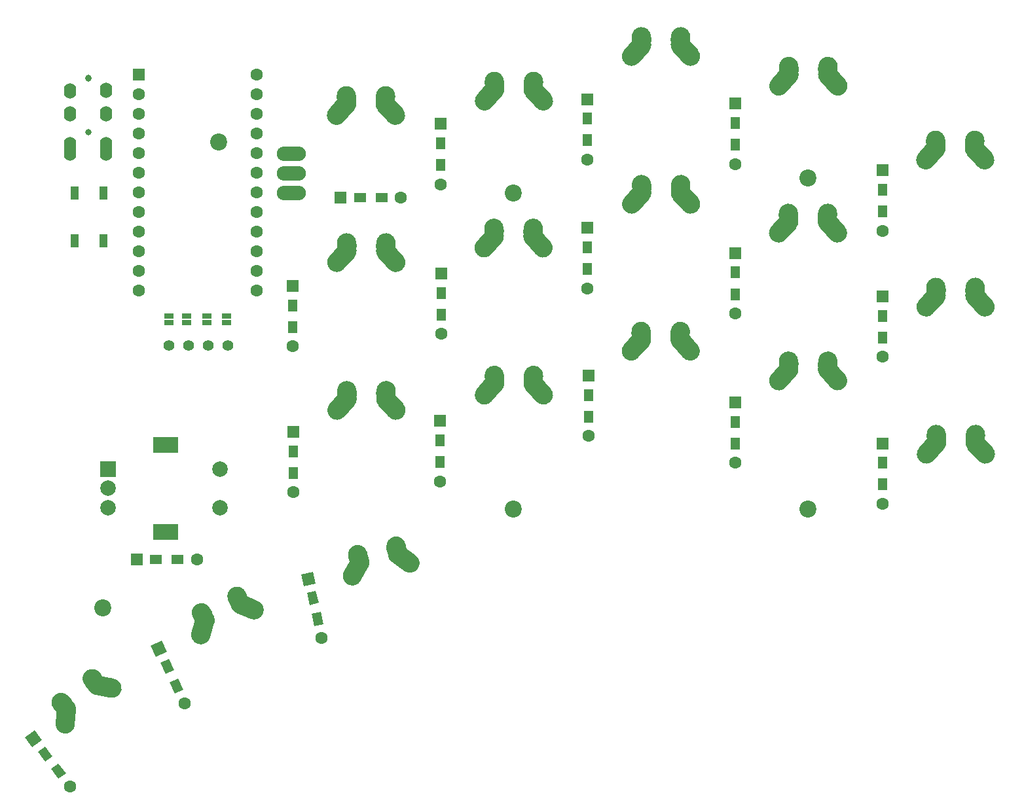
<source format=gbr>
%TF.GenerationSoftware,KiCad,Pcbnew,(5.1.7)-1*%
%TF.CreationDate,2021-07-25T23:49:13+05:30*%
%TF.ProjectId,Pteron36v0,50746572-6f6e-4333-9676-302e6b696361,rev?*%
%TF.SameCoordinates,Original*%
%TF.FileFunction,Soldermask,Top*%
%TF.FilePolarity,Negative*%
%FSLAX46Y46*%
G04 Gerber Fmt 4.6, Leading zero omitted, Abs format (unit mm)*
G04 Created by KiCad (PCBNEW (5.1.7)-1) date 2021-07-25 23:49:13*
%MOMM*%
%LPD*%
G01*
G04 APERTURE LIST*
%ADD10C,2.000000*%
%ADD11C,2.200000*%
%ADD12C,1.600000*%
%ADD13R,1.600000X1.600000*%
%ADD14O,1.600000X2.000000*%
%ADD15C,0.800000*%
%ADD16R,2.000000X2.000000*%
%ADD17R,3.200000X2.000000*%
%ADD18R,1.600000X1.200000*%
%ADD19O,3.759200X1.879600*%
%ADD20R,1.100000X1.800000*%
%ADD21R,1.200000X1.600000*%
%ADD22C,0.100000*%
%ADD23R,1.270000X0.635000*%
%ADD24C,1.397000*%
G04 APERTURE END LIST*
%TO.C,SW9*%
G36*
G01*
X200315071Y-96905827D02*
X201625061Y-98365835D01*
G75*
G02*
X201529463Y-100131015I-930389J-834791D01*
G01*
X201529463Y-100131015D01*
G75*
G02*
X199764283Y-100035417I-834791J930389D01*
G01*
X198454293Y-98575409D01*
G75*
G02*
X198549891Y-96810229I930389J834791D01*
G01*
X198549891Y-96810229D01*
G75*
G02*
X200315071Y-96905827I834791J-930389D01*
G01*
G37*
G36*
G01*
X193137721Y-97327818D02*
X193097640Y-96746621D01*
G75*
G02*
X194258679Y-95413584I1247038J85999D01*
G01*
X194258679Y-95413584D01*
G75*
G02*
X195591716Y-96574623I85999J-1247038D01*
G01*
X195631714Y-97154623D01*
G75*
G02*
X194470675Y-98487660I-1247038J-85999D01*
G01*
X194470675Y-98487660D01*
G75*
G02*
X193137638Y-97326621I-85999J1247038D01*
G01*
G37*
G36*
G01*
X195315061Y-98575409D02*
X194005071Y-100035417D01*
G75*
G02*
X192239891Y-100131015I-930389J834791D01*
G01*
X192239891Y-100131015D01*
G75*
G02*
X192144293Y-98365835I834791J930389D01*
G01*
X193454283Y-96905827D01*
G75*
G02*
X195219463Y-96810229I930389J-834791D01*
G01*
X195219463Y-96810229D01*
G75*
G02*
X195315061Y-98575409I-834791J-930389D01*
G01*
G37*
D10*
X194344677Y-96660622D03*
X194384677Y-97240622D03*
X200694677Y-99200622D03*
X199384677Y-97740622D03*
X193074677Y-99200622D03*
X194384677Y-97740622D03*
X199424677Y-96660622D03*
X199384677Y-97240622D03*
G36*
G01*
X198137723Y-97153426D02*
X198177638Y-96574623D01*
G75*
G02*
X199510675Y-95413584I1247038J-85999D01*
G01*
X199510675Y-95413584D01*
G75*
G02*
X200671714Y-96746621I-85999J-1247038D01*
G01*
X200631716Y-97326621D01*
G75*
G02*
X199298679Y-98487660I-1247038J85999D01*
G01*
X199298679Y-98487660D01*
G75*
G02*
X198137640Y-97154623I85999J1247038D01*
G01*
G37*
%TD*%
%TO.C,SW19*%
G36*
G01*
X162152640Y-83574401D02*
X163462630Y-85034409D01*
G75*
G02*
X163367032Y-86799589I-930389J-834791D01*
G01*
X163367032Y-86799589D01*
G75*
G02*
X161601852Y-86703991I-834791J930389D01*
G01*
X160291862Y-85243983D01*
G75*
G02*
X160387460Y-83478803I930389J834791D01*
G01*
X160387460Y-83478803D01*
G75*
G02*
X162152640Y-83574401I834791J-930389D01*
G01*
G37*
G36*
G01*
X154975290Y-83996392D02*
X154935209Y-83415195D01*
G75*
G02*
X156096248Y-82082158I1247038J85999D01*
G01*
X156096248Y-82082158D01*
G75*
G02*
X157429285Y-83243197I85999J-1247038D01*
G01*
X157469283Y-83823197D01*
G75*
G02*
X156308244Y-85156234I-1247038J-85999D01*
G01*
X156308244Y-85156234D01*
G75*
G02*
X154975207Y-83995195I-85999J1247038D01*
G01*
G37*
G36*
G01*
X157152630Y-85243983D02*
X155842640Y-86703991D01*
G75*
G02*
X154077460Y-86799589I-930389J834791D01*
G01*
X154077460Y-86799589D01*
G75*
G02*
X153981862Y-85034409I834791J930389D01*
G01*
X155291852Y-83574401D01*
G75*
G02*
X157057032Y-83478803I930389J-834791D01*
G01*
X157057032Y-83478803D01*
G75*
G02*
X157152630Y-85243983I-834791J-930389D01*
G01*
G37*
X156182246Y-83329196D03*
X156222246Y-83909196D03*
X162532246Y-85869196D03*
X161222246Y-84409196D03*
X154912246Y-85869196D03*
X156222246Y-84409196D03*
X161262246Y-83329196D03*
X161222246Y-83909196D03*
G36*
G01*
X159975292Y-83822000D02*
X160015207Y-83243197D01*
G75*
G02*
X161348244Y-82082158I1247038J-85999D01*
G01*
X161348244Y-82082158D01*
G75*
G02*
X162509283Y-83415195I-85999J-1247038D01*
G01*
X162469285Y-83995195D01*
G75*
G02*
X161136248Y-85156234I-1247038J85999D01*
G01*
X161136248Y-85156234D01*
G75*
G02*
X159975209Y-83823197I85999J1247038D01*
G01*
G37*
%TD*%
%TO.C,SW28*%
G36*
G01*
X124091903Y-91234570D02*
X125401893Y-92694578D01*
G75*
G02*
X125306295Y-94459758I-930389J-834791D01*
G01*
X125306295Y-94459758D01*
G75*
G02*
X123541115Y-94364160I-834791J930389D01*
G01*
X122231125Y-92904152D01*
G75*
G02*
X122326723Y-91138972I930389J834791D01*
G01*
X122326723Y-91138972D01*
G75*
G02*
X124091903Y-91234570I834791J-930389D01*
G01*
G37*
G36*
G01*
X116914553Y-91656561D02*
X116874472Y-91075364D01*
G75*
G02*
X118035511Y-89742327I1247038J85999D01*
G01*
X118035511Y-89742327D01*
G75*
G02*
X119368548Y-90903366I85999J-1247038D01*
G01*
X119408546Y-91483366D01*
G75*
G02*
X118247507Y-92816403I-1247038J-85999D01*
G01*
X118247507Y-92816403D01*
G75*
G02*
X116914470Y-91655364I-85999J1247038D01*
G01*
G37*
G36*
G01*
X119091893Y-92904152D02*
X117781903Y-94364160D01*
G75*
G02*
X116016723Y-94459758I-930389J834791D01*
G01*
X116016723Y-94459758D01*
G75*
G02*
X115921125Y-92694578I834791J930389D01*
G01*
X117231115Y-91234570D01*
G75*
G02*
X118996295Y-91138972I930389J-834791D01*
G01*
X118996295Y-91138972D01*
G75*
G02*
X119091893Y-92904152I-834791J-930389D01*
G01*
G37*
X118121509Y-90989365D03*
X118161509Y-91569365D03*
X124471509Y-93529365D03*
X123161509Y-92069365D03*
X116851509Y-93529365D03*
X118161509Y-92069365D03*
X123201509Y-90989365D03*
X123161509Y-91569365D03*
G36*
G01*
X121914555Y-91482169D02*
X121954470Y-90903366D01*
G75*
G02*
X123287507Y-89742327I1247038J-85999D01*
G01*
X123287507Y-89742327D01*
G75*
G02*
X124448546Y-91075364I-85999J-1247038D01*
G01*
X124408548Y-91655364D01*
G75*
G02*
X123075511Y-92816403I-1247038J85999D01*
G01*
X123075511Y-92816403D01*
G75*
G02*
X121914472Y-91483366I85999J1247038D01*
G01*
G37*
%TD*%
%TO.C,SW27*%
G36*
G01*
X124072524Y-72109120D02*
X125382514Y-73569128D01*
G75*
G02*
X125286916Y-75334308I-930389J-834791D01*
G01*
X125286916Y-75334308D01*
G75*
G02*
X123521736Y-75238710I-834791J930389D01*
G01*
X122211746Y-73778702D01*
G75*
G02*
X122307344Y-72013522I930389J834791D01*
G01*
X122307344Y-72013522D01*
G75*
G02*
X124072524Y-72109120I834791J-930389D01*
G01*
G37*
G36*
G01*
X116895174Y-72531111D02*
X116855093Y-71949914D01*
G75*
G02*
X118016132Y-70616877I1247038J85999D01*
G01*
X118016132Y-70616877D01*
G75*
G02*
X119349169Y-71777916I85999J-1247038D01*
G01*
X119389167Y-72357916D01*
G75*
G02*
X118228128Y-73690953I-1247038J-85999D01*
G01*
X118228128Y-73690953D01*
G75*
G02*
X116895091Y-72529914I-85999J1247038D01*
G01*
G37*
G36*
G01*
X119072514Y-73778702D02*
X117762524Y-75238710D01*
G75*
G02*
X115997344Y-75334308I-930389J834791D01*
G01*
X115997344Y-75334308D01*
G75*
G02*
X115901746Y-73569128I834791J930389D01*
G01*
X117211736Y-72109120D01*
G75*
G02*
X118976916Y-72013522I930389J-834791D01*
G01*
X118976916Y-72013522D01*
G75*
G02*
X119072514Y-73778702I-834791J-930389D01*
G01*
G37*
X118102130Y-71863915D03*
X118142130Y-72443915D03*
X124452130Y-74403915D03*
X123142130Y-72943915D03*
X116832130Y-74403915D03*
X118142130Y-72943915D03*
X123182130Y-71863915D03*
X123142130Y-72443915D03*
G36*
G01*
X121895176Y-72356719D02*
X121935091Y-71777916D01*
G75*
G02*
X123268128Y-70616877I1247038J-85999D01*
G01*
X123268128Y-70616877D01*
G75*
G02*
X124429167Y-71949914I-85999J-1247038D01*
G01*
X124389169Y-72529914D01*
G75*
G02*
X123056132Y-73690953I-1247038J85999D01*
G01*
X123056132Y-73690953D01*
G75*
G02*
X121895093Y-72357916I85999J1247038D01*
G01*
G37*
%TD*%
%TO.C,SW26*%
G36*
G01*
X124028880Y-53074225D02*
X125338870Y-54534233D01*
G75*
G02*
X125243272Y-56299413I-930389J-834791D01*
G01*
X125243272Y-56299413D01*
G75*
G02*
X123478092Y-56203815I-834791J930389D01*
G01*
X122168102Y-54743807D01*
G75*
G02*
X122263700Y-52978627I930389J834791D01*
G01*
X122263700Y-52978627D01*
G75*
G02*
X124028880Y-53074225I834791J-930389D01*
G01*
G37*
G36*
G01*
X116851530Y-53496216D02*
X116811449Y-52915019D01*
G75*
G02*
X117972488Y-51581982I1247038J85999D01*
G01*
X117972488Y-51581982D01*
G75*
G02*
X119305525Y-52743021I85999J-1247038D01*
G01*
X119345523Y-53323021D01*
G75*
G02*
X118184484Y-54656058I-1247038J-85999D01*
G01*
X118184484Y-54656058D01*
G75*
G02*
X116851447Y-53495019I-85999J1247038D01*
G01*
G37*
G36*
G01*
X119028870Y-54743807D02*
X117718880Y-56203815D01*
G75*
G02*
X115953700Y-56299413I-930389J834791D01*
G01*
X115953700Y-56299413D01*
G75*
G02*
X115858102Y-54534233I834791J930389D01*
G01*
X117168092Y-53074225D01*
G75*
G02*
X118933272Y-52978627I930389J-834791D01*
G01*
X118933272Y-52978627D01*
G75*
G02*
X119028870Y-54743807I-834791J-930389D01*
G01*
G37*
X118058486Y-52829020D03*
X118098486Y-53409020D03*
X124408486Y-55369020D03*
X123098486Y-53909020D03*
X116788486Y-55369020D03*
X118098486Y-53909020D03*
X123138486Y-52829020D03*
X123098486Y-53409020D03*
G36*
G01*
X121851532Y-53321824D02*
X121891447Y-52743021D01*
G75*
G02*
X123224484Y-51581982I1247038J-85999D01*
G01*
X123224484Y-51581982D01*
G75*
G02*
X124385523Y-52915019I-85999J-1247038D01*
G01*
X124345525Y-53495019D01*
G75*
G02*
X123012488Y-54656058I-1247038J85999D01*
G01*
X123012488Y-54656058D01*
G75*
G02*
X121851449Y-53323021I85999J1247038D01*
G01*
G37*
%TD*%
%TO.C,SW24*%
G36*
G01*
X143159307Y-89258495D02*
X144469297Y-90718503D01*
G75*
G02*
X144373699Y-92483683I-930389J-834791D01*
G01*
X144373699Y-92483683D01*
G75*
G02*
X142608519Y-92388085I-834791J930389D01*
G01*
X141298529Y-90928077D01*
G75*
G02*
X141394127Y-89162897I930389J834791D01*
G01*
X141394127Y-89162897D01*
G75*
G02*
X143159307Y-89258495I834791J-930389D01*
G01*
G37*
G36*
G01*
X135981957Y-89680486D02*
X135941876Y-89099289D01*
G75*
G02*
X137102915Y-87766252I1247038J85999D01*
G01*
X137102915Y-87766252D01*
G75*
G02*
X138435952Y-88927291I85999J-1247038D01*
G01*
X138475950Y-89507291D01*
G75*
G02*
X137314911Y-90840328I-1247038J-85999D01*
G01*
X137314911Y-90840328D01*
G75*
G02*
X135981874Y-89679289I-85999J1247038D01*
G01*
G37*
G36*
G01*
X138159297Y-90928077D02*
X136849307Y-92388085D01*
G75*
G02*
X135084127Y-92483683I-930389J834791D01*
G01*
X135084127Y-92483683D01*
G75*
G02*
X134988529Y-90718503I834791J930389D01*
G01*
X136298519Y-89258495D01*
G75*
G02*
X138063699Y-89162897I930389J-834791D01*
G01*
X138063699Y-89162897D01*
G75*
G02*
X138159297Y-90928077I-834791J-930389D01*
G01*
G37*
X137188913Y-89013290D03*
X137228913Y-89593290D03*
X143538913Y-91553290D03*
X142228913Y-90093290D03*
X135918913Y-91553290D03*
X137228913Y-90093290D03*
X142268913Y-89013290D03*
X142228913Y-89593290D03*
G36*
G01*
X140981959Y-89506094D02*
X141021874Y-88927291D01*
G75*
G02*
X142354911Y-87766252I1247038J-85999D01*
G01*
X142354911Y-87766252D01*
G75*
G02*
X143515950Y-89099289I-85999J-1247038D01*
G01*
X143475952Y-89679289D01*
G75*
G02*
X142142915Y-90840328I-1247038J85999D01*
G01*
X142142915Y-90840328D01*
G75*
G02*
X140981876Y-89507291I85999J1247038D01*
G01*
G37*
%TD*%
%TO.C,SW23*%
G36*
G01*
X143115663Y-70223599D02*
X144425653Y-71683607D01*
G75*
G02*
X144330055Y-73448787I-930389J-834791D01*
G01*
X144330055Y-73448787D01*
G75*
G02*
X142564875Y-73353189I-834791J930389D01*
G01*
X141254885Y-71893181D01*
G75*
G02*
X141350483Y-70128001I930389J834791D01*
G01*
X141350483Y-70128001D01*
G75*
G02*
X143115663Y-70223599I834791J-930389D01*
G01*
G37*
G36*
G01*
X135938313Y-70645590D02*
X135898232Y-70064393D01*
G75*
G02*
X137059271Y-68731356I1247038J85999D01*
G01*
X137059271Y-68731356D01*
G75*
G02*
X138392308Y-69892395I85999J-1247038D01*
G01*
X138432306Y-70472395D01*
G75*
G02*
X137271267Y-71805432I-1247038J-85999D01*
G01*
X137271267Y-71805432D01*
G75*
G02*
X135938230Y-70644393I-85999J1247038D01*
G01*
G37*
G36*
G01*
X138115653Y-71893181D02*
X136805663Y-73353189D01*
G75*
G02*
X135040483Y-73448787I-930389J834791D01*
G01*
X135040483Y-73448787D01*
G75*
G02*
X134944885Y-71683607I834791J930389D01*
G01*
X136254875Y-70223599D01*
G75*
G02*
X138020055Y-70128001I930389J-834791D01*
G01*
X138020055Y-70128001D01*
G75*
G02*
X138115653Y-71893181I-834791J-930389D01*
G01*
G37*
X137145269Y-69978394D03*
X137185269Y-70558394D03*
X143495269Y-72518394D03*
X142185269Y-71058394D03*
X135875269Y-72518394D03*
X137185269Y-71058394D03*
X142225269Y-69978394D03*
X142185269Y-70558394D03*
G36*
G01*
X140938315Y-70471198D02*
X140978230Y-69892395D01*
G75*
G02*
X142311267Y-68731356I1247038J-85999D01*
G01*
X142311267Y-68731356D01*
G75*
G02*
X143472306Y-70064393I-85999J-1247038D01*
G01*
X143432308Y-70644393D01*
G75*
G02*
X142099271Y-71805432I-1247038J85999D01*
G01*
X142099271Y-71805432D01*
G75*
G02*
X140938232Y-70472395I85999J1247038D01*
G01*
G37*
%TD*%
%TO.C,SW22*%
G36*
G01*
X143162575Y-51212974D02*
X144472565Y-52672982D01*
G75*
G02*
X144376967Y-54438162I-930389J-834791D01*
G01*
X144376967Y-54438162D01*
G75*
G02*
X142611787Y-54342564I-834791J930389D01*
G01*
X141301797Y-52882556D01*
G75*
G02*
X141397395Y-51117376I930389J834791D01*
G01*
X141397395Y-51117376D01*
G75*
G02*
X143162575Y-51212974I834791J-930389D01*
G01*
G37*
G36*
G01*
X135985225Y-51634965D02*
X135945144Y-51053768D01*
G75*
G02*
X137106183Y-49720731I1247038J85999D01*
G01*
X137106183Y-49720731D01*
G75*
G02*
X138439220Y-50881770I85999J-1247038D01*
G01*
X138479218Y-51461770D01*
G75*
G02*
X137318179Y-52794807I-1247038J-85999D01*
G01*
X137318179Y-52794807D01*
G75*
G02*
X135985142Y-51633768I-85999J1247038D01*
G01*
G37*
G36*
G01*
X138162565Y-52882556D02*
X136852575Y-54342564D01*
G75*
G02*
X135087395Y-54438162I-930389J834791D01*
G01*
X135087395Y-54438162D01*
G75*
G02*
X134991797Y-52672982I834791J930389D01*
G01*
X136301787Y-51212974D01*
G75*
G02*
X138066967Y-51117376I930389J-834791D01*
G01*
X138066967Y-51117376D01*
G75*
G02*
X138162565Y-52882556I-834791J-930389D01*
G01*
G37*
X137192181Y-50967769D03*
X137232181Y-51547769D03*
X143542181Y-53507769D03*
X142232181Y-52047769D03*
X135922181Y-53507769D03*
X137232181Y-52047769D03*
X142272181Y-50967769D03*
X142232181Y-51547769D03*
G36*
G01*
X140985227Y-51460573D02*
X141025142Y-50881770D01*
G75*
G02*
X142358179Y-49720731I1247038J-85999D01*
G01*
X142358179Y-49720731D01*
G75*
G02*
X143519218Y-51053768I-85999J-1247038D01*
G01*
X143479220Y-51633768D01*
G75*
G02*
X142146183Y-52794807I-1247038J85999D01*
G01*
X142146183Y-52794807D01*
G75*
G02*
X140985144Y-51461770I85999J1247038D01*
G01*
G37*
%TD*%
%TO.C,SW20*%
G36*
G01*
X86056987Y-127908187D02*
X87985069Y-128269017D01*
G75*
G02*
X88983799Y-129727625I-229939J-1228669D01*
G01*
X88983799Y-129727625D01*
G75*
G02*
X87525191Y-130726355I-1228669J229939D01*
G01*
X85597109Y-130365525D01*
G75*
G02*
X84598379Y-128906917I229939J1228669D01*
G01*
X84598379Y-128906917D01*
G75*
G02*
X86056987Y-127908187I1228669J-229939D01*
G01*
G37*
G36*
G01*
X80619703Y-132612268D02*
X80234095Y-132175573D01*
G75*
G02*
X80343708Y-130411208I936989J827376D01*
G01*
X80343708Y-130411208D01*
G75*
G02*
X82108073Y-130520821I827376J-936989D01*
G01*
X82492887Y-130956617D01*
G75*
G02*
X82383274Y-132720982I-936989J-827376D01*
G01*
X82383274Y-132720982D01*
G75*
G02*
X80618909Y-132611369I-827376J936989D01*
G01*
G37*
G36*
G01*
X83106589Y-132276568D02*
X82956101Y-134232342D01*
G75*
G02*
X81613886Y-135382759I-1246316J95899D01*
G01*
X81613886Y-135382759D01*
G75*
G02*
X80463469Y-134040544I95899J1246316D01*
G01*
X80613957Y-132084770D01*
G75*
G02*
X81956172Y-130934353I1246316J-95899D01*
G01*
X81956172Y-130934353D01*
G75*
G02*
X83106589Y-132276568I-95899J-1246316D01*
G01*
G37*
X81171083Y-131348198D03*
X81555899Y-131783993D03*
X87755131Y-129497680D03*
X85827047Y-129136862D03*
X81709779Y-134136443D03*
X81860280Y-132180669D03*
X85201318Y-128255690D03*
X85522666Y-128740185D03*
G36*
G01*
X84481515Y-129431924D02*
X84159622Y-128946613D01*
G75*
G02*
X84510395Y-127213996I1041695J690922D01*
G01*
X84510395Y-127213996D01*
G75*
G02*
X86243012Y-127564769I690922J-1041695D01*
G01*
X86564362Y-128049263D01*
G75*
G02*
X86213589Y-129781880I-1041695J-690922D01*
G01*
X86213589Y-129781880D01*
G75*
G02*
X84480972Y-129431107I-690922J1041695D01*
G01*
G37*
%TD*%
%TO.C,SW18*%
G36*
G01*
X162199556Y-64563772D02*
X163509546Y-66023780D01*
G75*
G02*
X163413948Y-67788960I-930389J-834791D01*
G01*
X163413948Y-67788960D01*
G75*
G02*
X161648768Y-67693362I-834791J930389D01*
G01*
X160338778Y-66233354D01*
G75*
G02*
X160434376Y-64468174I930389J834791D01*
G01*
X160434376Y-64468174D01*
G75*
G02*
X162199556Y-64563772I834791J-930389D01*
G01*
G37*
G36*
G01*
X155022206Y-64985763D02*
X154982125Y-64404566D01*
G75*
G02*
X156143164Y-63071529I1247038J85999D01*
G01*
X156143164Y-63071529D01*
G75*
G02*
X157476201Y-64232568I85999J-1247038D01*
G01*
X157516199Y-64812568D01*
G75*
G02*
X156355160Y-66145605I-1247038J-85999D01*
G01*
X156355160Y-66145605D01*
G75*
G02*
X155022123Y-64984566I-85999J1247038D01*
G01*
G37*
G36*
G01*
X157199546Y-66233354D02*
X155889556Y-67693362D01*
G75*
G02*
X154124376Y-67788960I-930389J834791D01*
G01*
X154124376Y-67788960D01*
G75*
G02*
X154028778Y-66023780I834791J930389D01*
G01*
X155338768Y-64563772D01*
G75*
G02*
X157103948Y-64468174I930389J-834791D01*
G01*
X157103948Y-64468174D01*
G75*
G02*
X157199546Y-66233354I-834791J-930389D01*
G01*
G37*
X156229162Y-64318567D03*
X156269162Y-64898567D03*
X162579162Y-66858567D03*
X161269162Y-65398567D03*
X154959162Y-66858567D03*
X156269162Y-65398567D03*
X161309162Y-64318567D03*
X161269162Y-64898567D03*
G36*
G01*
X160022208Y-64811371D02*
X160062123Y-64232568D01*
G75*
G02*
X161395160Y-63071529I1247038J-85999D01*
G01*
X161395160Y-63071529D01*
G75*
G02*
X162556199Y-64404566I-85999J-1247038D01*
G01*
X162516201Y-64984566D01*
G75*
G02*
X161183164Y-66145605I-1247038J85999D01*
G01*
X161183164Y-66145605D01*
G75*
G02*
X160022125Y-64812568I85999J1247038D01*
G01*
G37*
%TD*%
%TO.C,SW17*%
G36*
G01*
X162180173Y-45438321D02*
X163490163Y-46898329D01*
G75*
G02*
X163394565Y-48663509I-930389J-834791D01*
G01*
X163394565Y-48663509D01*
G75*
G02*
X161629385Y-48567911I-834791J930389D01*
G01*
X160319395Y-47107903D01*
G75*
G02*
X160414993Y-45342723I930389J834791D01*
G01*
X160414993Y-45342723D01*
G75*
G02*
X162180173Y-45438321I834791J-930389D01*
G01*
G37*
G36*
G01*
X155002823Y-45860312D02*
X154962742Y-45279115D01*
G75*
G02*
X156123781Y-43946078I1247038J85999D01*
G01*
X156123781Y-43946078D01*
G75*
G02*
X157456818Y-45107117I85999J-1247038D01*
G01*
X157496816Y-45687117D01*
G75*
G02*
X156335777Y-47020154I-1247038J-85999D01*
G01*
X156335777Y-47020154D01*
G75*
G02*
X155002740Y-45859115I-85999J1247038D01*
G01*
G37*
G36*
G01*
X157180163Y-47107903D02*
X155870173Y-48567911D01*
G75*
G02*
X154104993Y-48663509I-930389J834791D01*
G01*
X154104993Y-48663509D01*
G75*
G02*
X154009395Y-46898329I834791J930389D01*
G01*
X155319385Y-45438321D01*
G75*
G02*
X157084565Y-45342723I930389J-834791D01*
G01*
X157084565Y-45342723D01*
G75*
G02*
X157180163Y-47107903I-834791J-930389D01*
G01*
G37*
X156209779Y-45193116D03*
X156249779Y-45773116D03*
X162559779Y-47733116D03*
X161249779Y-46273116D03*
X154939779Y-47733116D03*
X156249779Y-46273116D03*
X161289779Y-45193116D03*
X161249779Y-45773116D03*
G36*
G01*
X160002825Y-45685920D02*
X160042740Y-45107117D01*
G75*
G02*
X161375777Y-43946078I1247038J-85999D01*
G01*
X161375777Y-43946078D01*
G75*
G02*
X162536816Y-45279115I-85999J-1247038D01*
G01*
X162496818Y-45859115D01*
G75*
G02*
X161163781Y-47020154I-1247038J85999D01*
G01*
X161163781Y-47020154D01*
G75*
G02*
X160002742Y-45687117I85999J1247038D01*
G01*
G37*
%TD*%
%TO.C,SW15*%
G36*
G01*
X104827814Y-117447300D02*
X106632096Y-118216892D01*
G75*
G02*
X107291452Y-119857090I-490421J-1149777D01*
G01*
X107291452Y-119857090D01*
G75*
G02*
X105651254Y-120516446I-1149777J490421D01*
G01*
X103846972Y-119746854D01*
G75*
G02*
X103187616Y-118106656I490421J1149777D01*
G01*
X103187616Y-118106656D01*
G75*
G02*
X104827814Y-117447300I1149777J-490421D01*
G01*
G37*
G36*
G01*
X98501268Y-120863033D02*
X98219317Y-120353229D01*
G75*
G02*
X98708211Y-118654411I1093856J604962D01*
G01*
X98708211Y-118654411D01*
G75*
G02*
X100407029Y-119143305I604962J-1093856D01*
G01*
X100688399Y-119652059D01*
G75*
G02*
X100199505Y-121350877I-1093856J-604962D01*
G01*
X100199505Y-121350877D01*
G75*
G02*
X98500687Y-120861983I-604962J1093856D01*
G01*
G37*
G36*
G01*
X101001863Y-121073550D02*
X100431635Y-122950394D01*
G75*
G02*
X98872240Y-123783033I-1196017J363378D01*
G01*
X98872240Y-123783033D01*
G75*
G02*
X98039601Y-122223638I363378J1196017D01*
G01*
X98609829Y-120346794D01*
G75*
G02*
X100169224Y-119514155I1196017J-363378D01*
G01*
X100169224Y-119514155D01*
G75*
G02*
X101001863Y-121073550I-363378J-1196017D01*
G01*
G37*
X99313172Y-119748267D03*
X99594543Y-120257021D03*
X106141677Y-119366663D03*
X104337391Y-118597083D03*
X99235612Y-122587014D03*
X99805852Y-120710175D03*
X103917216Y-117601366D03*
X104126082Y-118143929D03*
G36*
G01*
X102959891Y-118593925D02*
X102750670Y-118050447D01*
G75*
G02*
X103468135Y-116434822I1166545J449080D01*
G01*
X103468135Y-116434822D01*
G75*
G02*
X105083760Y-117152287I449080J-1166545D01*
G01*
X105292628Y-117694849D01*
G75*
G02*
X104575163Y-119310474I-1166545J-449080D01*
G01*
X104575163Y-119310474D01*
G75*
G02*
X102959538Y-118593009I-449080J1166545D01*
G01*
G37*
%TD*%
%TO.C,SW14*%
G36*
G01*
X181213072Y-87419882D02*
X182523062Y-88879890D01*
G75*
G02*
X182427464Y-90645070I-930389J-834791D01*
G01*
X182427464Y-90645070D01*
G75*
G02*
X180662284Y-90549472I-834791J930389D01*
G01*
X179352294Y-89089464D01*
G75*
G02*
X179447892Y-87324284I930389J834791D01*
G01*
X179447892Y-87324284D01*
G75*
G02*
X181213072Y-87419882I834791J-930389D01*
G01*
G37*
G36*
G01*
X174035722Y-87841873D02*
X173995641Y-87260676D01*
G75*
G02*
X175156680Y-85927639I1247038J85999D01*
G01*
X175156680Y-85927639D01*
G75*
G02*
X176489717Y-87088678I85999J-1247038D01*
G01*
X176529715Y-87668678D01*
G75*
G02*
X175368676Y-89001715I-1247038J-85999D01*
G01*
X175368676Y-89001715D01*
G75*
G02*
X174035639Y-87840676I-85999J1247038D01*
G01*
G37*
G36*
G01*
X176213062Y-89089464D02*
X174903072Y-90549472D01*
G75*
G02*
X173137892Y-90645070I-930389J834791D01*
G01*
X173137892Y-90645070D01*
G75*
G02*
X173042294Y-88879890I834791J930389D01*
G01*
X174352284Y-87419882D01*
G75*
G02*
X176117464Y-87324284I930389J-834791D01*
G01*
X176117464Y-87324284D01*
G75*
G02*
X176213062Y-89089464I-834791J-930389D01*
G01*
G37*
X175242678Y-87174677D03*
X175282678Y-87754677D03*
X181592678Y-89714677D03*
X180282678Y-88254677D03*
X173972678Y-89714677D03*
X175282678Y-88254677D03*
X180322678Y-87174677D03*
X180282678Y-87754677D03*
G36*
G01*
X179035724Y-87667481D02*
X179075639Y-87088678D01*
G75*
G02*
X180408676Y-85927639I1247038J-85999D01*
G01*
X180408676Y-85927639D01*
G75*
G02*
X181569715Y-87260676I-85999J-1247038D01*
G01*
X181529717Y-87840676D01*
G75*
G02*
X180196680Y-89001715I-1247038J85999D01*
G01*
X180196680Y-89001715D01*
G75*
G02*
X179035641Y-87668678I85999J1247038D01*
G01*
G37*
%TD*%
%TO.C,SW13*%
G36*
G01*
X181193699Y-68294437D02*
X182503689Y-69754445D01*
G75*
G02*
X182408091Y-71519625I-930389J-834791D01*
G01*
X182408091Y-71519625D01*
G75*
G02*
X180642911Y-71424027I-834791J930389D01*
G01*
X179332921Y-69964019D01*
G75*
G02*
X179428519Y-68198839I930389J834791D01*
G01*
X179428519Y-68198839D01*
G75*
G02*
X181193699Y-68294437I834791J-930389D01*
G01*
G37*
G36*
G01*
X174016349Y-68716428D02*
X173976268Y-68135231D01*
G75*
G02*
X175137307Y-66802194I1247038J85999D01*
G01*
X175137307Y-66802194D01*
G75*
G02*
X176470344Y-67963233I85999J-1247038D01*
G01*
X176510342Y-68543233D01*
G75*
G02*
X175349303Y-69876270I-1247038J-85999D01*
G01*
X175349303Y-69876270D01*
G75*
G02*
X174016266Y-68715231I-85999J1247038D01*
G01*
G37*
G36*
G01*
X176193689Y-69964019D02*
X174883699Y-71424027D01*
G75*
G02*
X173118519Y-71519625I-930389J834791D01*
G01*
X173118519Y-71519625D01*
G75*
G02*
X173022921Y-69754445I834791J930389D01*
G01*
X174332911Y-68294437D01*
G75*
G02*
X176098091Y-68198839I930389J-834791D01*
G01*
X176098091Y-68198839D01*
G75*
G02*
X176193689Y-69964019I-834791J-930389D01*
G01*
G37*
X175223305Y-68049232D03*
X175263305Y-68629232D03*
X181573305Y-70589232D03*
X180263305Y-69129232D03*
X173953305Y-70589232D03*
X175263305Y-69129232D03*
X180303305Y-68049232D03*
X180263305Y-68629232D03*
G36*
G01*
X179016351Y-68542036D02*
X179056266Y-67963233D01*
G75*
G02*
X180389303Y-66802194I1247038J-85999D01*
G01*
X180389303Y-66802194D01*
G75*
G02*
X181550342Y-68135231I-85999J-1247038D01*
G01*
X181510344Y-68715231D01*
G75*
G02*
X180177307Y-69876270I-1247038J85999D01*
G01*
X180177307Y-69876270D01*
G75*
G02*
X179016268Y-68543233I85999J1247038D01*
G01*
G37*
%TD*%
%TO.C,SW12*%
G36*
G01*
X181240609Y-49283810D02*
X182550599Y-50743818D01*
G75*
G02*
X182455001Y-52508998I-930389J-834791D01*
G01*
X182455001Y-52508998D01*
G75*
G02*
X180689821Y-52413400I-834791J930389D01*
G01*
X179379831Y-50953392D01*
G75*
G02*
X179475429Y-49188212I930389J834791D01*
G01*
X179475429Y-49188212D01*
G75*
G02*
X181240609Y-49283810I834791J-930389D01*
G01*
G37*
G36*
G01*
X174063259Y-49705801D02*
X174023178Y-49124604D01*
G75*
G02*
X175184217Y-47791567I1247038J85999D01*
G01*
X175184217Y-47791567D01*
G75*
G02*
X176517254Y-48952606I85999J-1247038D01*
G01*
X176557252Y-49532606D01*
G75*
G02*
X175396213Y-50865643I-1247038J-85999D01*
G01*
X175396213Y-50865643D01*
G75*
G02*
X174063176Y-49704604I-85999J1247038D01*
G01*
G37*
G36*
G01*
X176240599Y-50953392D02*
X174930609Y-52413400D01*
G75*
G02*
X173165429Y-52508998I-930389J834791D01*
G01*
X173165429Y-52508998D01*
G75*
G02*
X173069831Y-50743818I834791J930389D01*
G01*
X174379821Y-49283810D01*
G75*
G02*
X176145001Y-49188212I930389J-834791D01*
G01*
X176145001Y-49188212D01*
G75*
G02*
X176240599Y-50953392I-834791J-930389D01*
G01*
G37*
X175270215Y-49038605D03*
X175310215Y-49618605D03*
X181620215Y-51578605D03*
X180310215Y-50118605D03*
X174000215Y-51578605D03*
X175310215Y-50118605D03*
X180350215Y-49038605D03*
X180310215Y-49618605D03*
G36*
G01*
X179063261Y-49531409D02*
X179103176Y-48952606D01*
G75*
G02*
X180436213Y-47791567I1247038J-85999D01*
G01*
X180436213Y-47791567D01*
G75*
G02*
X181597252Y-49124604I-85999J-1247038D01*
G01*
X181557254Y-49704604D01*
G75*
G02*
X180224217Y-50865643I-1247038J85999D01*
G01*
X180224217Y-50865643D01*
G75*
G02*
X179063178Y-49532606I85999J1247038D01*
G01*
G37*
%TD*%
%TO.C,SW10*%
G36*
G01*
X125415523Y-111160257D02*
X127010465Y-112302123D01*
G75*
G02*
X127299187Y-114046153I-727654J-1016376D01*
G01*
X127299187Y-114046153D01*
G75*
G02*
X125555157Y-114334875I-1016376J727654D01*
G01*
X123960215Y-113193009D01*
G75*
G02*
X123671493Y-111448979I727654J1016376D01*
G01*
X123671493Y-111448979D01*
G75*
G02*
X125415523Y-111160257I1016376J-727654D01*
G01*
G37*
G36*
G01*
X118499640Y-113125707D02*
X118334714Y-112566963D01*
G75*
G02*
X119179710Y-111014229I1198865J353869D01*
G01*
X119179710Y-111014229D01*
G75*
G02*
X120732444Y-111859225I353869J-1198865D01*
G01*
X120897030Y-112416819D01*
G75*
G02*
X120052034Y-113969553I-1198865J-353869D01*
G01*
X120052034Y-113969553D01*
G75*
G02*
X118499300Y-113124557I-353869J1198865D01*
G01*
G37*
G36*
G01*
X120895398Y-113872463D02*
X119932462Y-115581397D01*
G75*
G02*
X118229815Y-116056784I-1089017J613630D01*
G01*
X118229815Y-116056784D01*
G75*
G02*
X117754428Y-114354137I613630J1089017D01*
G01*
X118717364Y-112645203D01*
G75*
G02*
X120420011Y-112169816I1089017J-613630D01*
G01*
X120420011Y-112169816D01*
G75*
G02*
X120895398Y-113872463I-613630J-1089017D01*
G01*
G37*
X119533579Y-112213094D03*
X119698166Y-112770688D03*
X126282815Y-113318494D03*
X124687866Y-112176638D03*
X118843440Y-114967764D03*
X119806386Y-113258836D03*
X124493163Y-111113581D03*
X124579646Y-111688490D03*
G36*
G01*
X123343702Y-111875409D02*
X123257069Y-111299528D01*
G75*
G02*
X124307213Y-109877488I1236092J185948D01*
G01*
X124307213Y-109877488D01*
G75*
G02*
X125729253Y-110927632I185948J-1236092D01*
G01*
X125815739Y-111502542D01*
G75*
G02*
X124765595Y-112924582I-1236092J-185948D01*
G01*
X124765595Y-112924582D01*
G75*
G02*
X123343555Y-111874438I-185948J1236092D01*
G01*
G37*
%TD*%
%TO.C,SW8*%
G36*
G01*
X200271429Y-77870927D02*
X201581419Y-79330935D01*
G75*
G02*
X201485821Y-81096115I-930389J-834791D01*
G01*
X201485821Y-81096115D01*
G75*
G02*
X199720641Y-81000517I-834791J930389D01*
G01*
X198410651Y-79540509D01*
G75*
G02*
X198506249Y-77775329I930389J834791D01*
G01*
X198506249Y-77775329D01*
G75*
G02*
X200271429Y-77870927I834791J-930389D01*
G01*
G37*
G36*
G01*
X193094079Y-78292918D02*
X193053998Y-77711721D01*
G75*
G02*
X194215037Y-76378684I1247038J85999D01*
G01*
X194215037Y-76378684D01*
G75*
G02*
X195548074Y-77539723I85999J-1247038D01*
G01*
X195588072Y-78119723D01*
G75*
G02*
X194427033Y-79452760I-1247038J-85999D01*
G01*
X194427033Y-79452760D01*
G75*
G02*
X193093996Y-78291721I-85999J1247038D01*
G01*
G37*
G36*
G01*
X195271419Y-79540509D02*
X193961429Y-81000517D01*
G75*
G02*
X192196249Y-81096115I-930389J834791D01*
G01*
X192196249Y-81096115D01*
G75*
G02*
X192100651Y-79330935I834791J930389D01*
G01*
X193410641Y-77870927D01*
G75*
G02*
X195175821Y-77775329I930389J-834791D01*
G01*
X195175821Y-77775329D01*
G75*
G02*
X195271419Y-79540509I-834791J-930389D01*
G01*
G37*
X194301035Y-77625722D03*
X194341035Y-78205722D03*
X200651035Y-80165722D03*
X199341035Y-78705722D03*
X193031035Y-80165722D03*
X194341035Y-78705722D03*
X199381035Y-77625722D03*
X199341035Y-78205722D03*
G36*
G01*
X198094081Y-78118526D02*
X198133996Y-77539723D01*
G75*
G02*
X199467033Y-76378684I1247038J-85999D01*
G01*
X199467033Y-76378684D01*
G75*
G02*
X200628072Y-77711721I-85999J-1247038D01*
G01*
X200588074Y-78291721D01*
G75*
G02*
X199255037Y-79452760I-1247038J85999D01*
G01*
X199255037Y-79452760D01*
G75*
G02*
X198093998Y-78119723I85999J1247038D01*
G01*
G37*
%TD*%
%TO.C,SW7*%
G36*
G01*
X200227781Y-58836025D02*
X201537771Y-60296033D01*
G75*
G02*
X201442173Y-62061213I-930389J-834791D01*
G01*
X201442173Y-62061213D01*
G75*
G02*
X199676993Y-61965615I-834791J930389D01*
G01*
X198367003Y-60505607D01*
G75*
G02*
X198462601Y-58740427I930389J834791D01*
G01*
X198462601Y-58740427D01*
G75*
G02*
X200227781Y-58836025I834791J-930389D01*
G01*
G37*
G36*
G01*
X193050431Y-59258016D02*
X193010350Y-58676819D01*
G75*
G02*
X194171389Y-57343782I1247038J85999D01*
G01*
X194171389Y-57343782D01*
G75*
G02*
X195504426Y-58504821I85999J-1247038D01*
G01*
X195544424Y-59084821D01*
G75*
G02*
X194383385Y-60417858I-1247038J-85999D01*
G01*
X194383385Y-60417858D01*
G75*
G02*
X193050348Y-59256819I-85999J1247038D01*
G01*
G37*
G36*
G01*
X195227771Y-60505607D02*
X193917781Y-61965615D01*
G75*
G02*
X192152601Y-62061213I-930389J834791D01*
G01*
X192152601Y-62061213D01*
G75*
G02*
X192057003Y-60296033I834791J930389D01*
G01*
X193366993Y-58836025D01*
G75*
G02*
X195132173Y-58740427I930389J-834791D01*
G01*
X195132173Y-58740427D01*
G75*
G02*
X195227771Y-60505607I-834791J-930389D01*
G01*
G37*
X194257387Y-58590820D03*
X194297387Y-59170820D03*
X200607387Y-61130820D03*
X199297387Y-59670820D03*
X192987387Y-61130820D03*
X194297387Y-59670820D03*
X199337387Y-58590820D03*
X199297387Y-59170820D03*
G36*
G01*
X198050433Y-59083624D02*
X198090348Y-58504821D01*
G75*
G02*
X199423385Y-57343782I1247038J-85999D01*
G01*
X199423385Y-57343782D01*
G75*
G02*
X200584424Y-58676819I-85999J-1247038D01*
G01*
X200544426Y-59256819D01*
G75*
G02*
X199211389Y-60417858I-1247038J85999D01*
G01*
X199211389Y-60417858D01*
G75*
G02*
X198050350Y-59084821I85999J1247038D01*
G01*
G37*
%TD*%
D11*
%TO.C,H6*%
X86605654Y-119133530D03*
%TD*%
%TO.C,H5*%
X139685269Y-65463330D03*
%TD*%
%TO.C,H4*%
X101515454Y-58783130D03*
%TD*%
%TO.C,H3*%
X139685269Y-106331930D03*
%TD*%
%TO.C,H2*%
X177782678Y-63482130D03*
%TD*%
%TO.C,H1*%
X177782678Y-106331929D03*
%TD*%
D12*
%TO.C,U1*%
X106468454Y-50109031D03*
X106468454Y-52649031D03*
X106468454Y-55189031D03*
X106468454Y-57729031D03*
X106468454Y-60269031D03*
X106468454Y-62809031D03*
X106468454Y-65349031D03*
X106468454Y-67889031D03*
X106468454Y-70429031D03*
X106468454Y-72969031D03*
X106468454Y-75509031D03*
X106468454Y-78049031D03*
X91228454Y-78049031D03*
X91228454Y-75509031D03*
X91228454Y-72969031D03*
X91228454Y-70429031D03*
X91228454Y-67889031D03*
X91228454Y-65349031D03*
X91228454Y-62809031D03*
X91228454Y-60269031D03*
X91228454Y-57729031D03*
X91228454Y-55189031D03*
X91228454Y-52649031D03*
D13*
X91228454Y-50109031D03*
%TD*%
D14*
%TO.C,J2*%
X82375254Y-55189330D03*
D15*
X84675254Y-50589330D03*
X84675254Y-57589330D03*
D14*
X82375254Y-52189330D03*
X82375254Y-59189330D03*
X86975254Y-60289330D03*
%TD*%
D16*
%TO.C,RE1*%
X87215254Y-101150330D03*
D10*
X87215254Y-103650330D03*
X87215254Y-106150330D03*
D17*
X94715254Y-98050330D03*
X94715254Y-109250330D03*
D10*
X101715254Y-101150330D03*
X101715254Y-106150330D03*
%TD*%
D13*
%TO.C,D_RE1*%
X90935254Y-112834330D03*
D12*
X98735254Y-112834330D03*
D18*
X96235254Y-112834330D03*
X93435254Y-112834330D03*
%TD*%
D19*
%TO.C,PWM_PAD2*%
X110964255Y-65463330D03*
X110964255Y-62923330D03*
X110964255Y-60383330D03*
%TD*%
D20*
%TO.C,RST1*%
X86652255Y-65411330D03*
X86652255Y-71611330D03*
X82952255Y-65411330D03*
X82952255Y-71611330D03*
%TD*%
D14*
%TO.C,J1*%
X86975255Y-55153330D03*
D15*
X84675255Y-50553330D03*
X84675255Y-57553330D03*
D14*
X86975255Y-52153330D03*
X86975255Y-59153330D03*
X82375255Y-60253330D03*
%TD*%
D13*
%TO.C,D8*%
X187427675Y-78805722D03*
D12*
X187427675Y-86605722D03*
D21*
X187427675Y-84105722D03*
X187427675Y-81305722D03*
%TD*%
D13*
%TO.C,D28*%
X111199500Y-96330970D03*
D12*
X111199500Y-104130970D03*
D21*
X111199500Y-101630970D03*
X111199500Y-98830970D03*
%TD*%
D13*
%TO.C,D27*%
X111107333Y-77477191D03*
D12*
X111107333Y-85277191D03*
D21*
X111107333Y-82777191D03*
X111107333Y-79977191D03*
%TD*%
D13*
%TO.C,D26*%
X117325855Y-66022130D03*
D12*
X125125855Y-66022130D03*
D18*
X122625855Y-66022130D03*
X119825855Y-66022130D03*
%TD*%
D13*
%TO.C,D24*%
X130211863Y-94922492D03*
D12*
X130211863Y-102722492D03*
D21*
X130211863Y-100222492D03*
X130211863Y-97422492D03*
%TD*%
D13*
%TO.C,D23*%
X130373603Y-75845570D03*
D12*
X130373603Y-83645570D03*
D21*
X130373603Y-81145570D03*
X130373603Y-78345570D03*
%TD*%
D13*
%TO.C,D22*%
X130221646Y-56490485D03*
D12*
X130221646Y-64290485D03*
D21*
X130221646Y-61790485D03*
X130221646Y-58990485D03*
%TD*%
D22*
%TO.C,D20*%
G36*
X78723777Y-136176927D02*
G01*
X77454411Y-137150945D01*
X76480393Y-135881579D01*
X77749759Y-134907561D01*
X78723777Y-136176927D01*
G37*
D12*
X82350425Y-142217409D03*
D22*
G36*
X80087010Y-138282062D02*
G01*
X79134986Y-139012576D01*
X78160968Y-137743210D01*
X79112992Y-137012696D01*
X80087010Y-138282062D01*
G37*
G36*
X81791542Y-140503452D02*
G01*
X80839518Y-141233966D01*
X79865500Y-139964600D01*
X80817524Y-139234086D01*
X81791542Y-140503452D01*
G37*
%TD*%
D13*
%TO.C,D19*%
X149396657Y-89050318D03*
D12*
X149396657Y-96850318D03*
D21*
X149396657Y-94350318D03*
X149396657Y-91550318D03*
%TD*%
D13*
%TO.C,D18*%
X149191255Y-69945330D03*
D12*
X149191255Y-77745330D03*
D21*
X149191255Y-75245330D03*
X149191255Y-72445330D03*
%TD*%
D13*
%TO.C,D17*%
X149191254Y-53308330D03*
D12*
X149191254Y-61108330D03*
D21*
X149191254Y-58608330D03*
X149191254Y-55808330D03*
%TD*%
D22*
%TO.C,D15*%
G36*
X94885184Y-124799682D02*
G01*
X93435091Y-125475871D01*
X92758902Y-124025778D01*
X94208995Y-123349589D01*
X94885184Y-124799682D01*
G37*
D12*
X97118465Y-131481930D03*
D22*
G36*
X95760467Y-127149974D02*
G01*
X94672898Y-127657116D01*
X93996709Y-126207024D01*
X95084278Y-125699882D01*
X95760467Y-127149974D01*
G37*
G36*
X96943799Y-129687636D02*
G01*
X95856230Y-130194778D01*
X95180041Y-128744686D01*
X96267610Y-128237544D01*
X96943799Y-129687636D01*
G37*
%TD*%
D13*
%TO.C,D14*%
X168320664Y-92516290D03*
D12*
X168320664Y-100316290D03*
D21*
X168320664Y-97816290D03*
X168320664Y-95016290D03*
%TD*%
D13*
%TO.C,D13*%
X168349819Y-73209728D03*
D12*
X168349819Y-81009728D03*
D21*
X168349819Y-78509728D03*
X168349819Y-75709728D03*
%TD*%
D13*
%TO.C,D12*%
X168349818Y-53867130D03*
D12*
X168349818Y-61667130D03*
D21*
X168349818Y-59167130D03*
X168349818Y-56367130D03*
%TD*%
D22*
%TO.C,D10*%
G36*
X114122328Y-115984660D02*
G01*
X112560255Y-116330963D01*
X112213952Y-114768890D01*
X113776025Y-114422587D01*
X114122328Y-115984660D01*
G37*
D12*
X114856368Y-122991883D03*
D22*
G36*
X114468168Y-118468688D02*
G01*
X113296613Y-118728416D01*
X112950310Y-117166342D01*
X114121865Y-116906614D01*
X114468168Y-118468688D01*
G37*
G36*
X115074198Y-121202316D02*
G01*
X113902643Y-121462044D01*
X113556340Y-119899970D01*
X114727895Y-119640242D01*
X115074198Y-121202316D01*
G37*
%TD*%
D13*
%TO.C,D9*%
X187427675Y-97840622D03*
D12*
X187427675Y-105640622D03*
D21*
X187427675Y-103140622D03*
X187427675Y-100340622D03*
%TD*%
D13*
%TO.C,D7*%
X187427675Y-62501302D03*
D12*
X187427675Y-70301302D03*
D21*
X187427675Y-67801302D03*
X187427675Y-65001302D03*
%TD*%
D23*
%TO.C,JP4*%
X95114655Y-82219711D03*
X95114655Y-81320551D03*
%TD*%
%TO.C,JP3*%
X97400655Y-82219711D03*
X97400655Y-81320551D03*
%TD*%
%TO.C,JP2*%
X100067654Y-82219711D03*
X100067654Y-81320551D03*
%TD*%
%TO.C,JP1*%
X102607654Y-82219710D03*
X102607654Y-81320550D03*
%TD*%
D24*
%TO.C,J3*%
X95089254Y-85148330D03*
X97629254Y-85148330D03*
X100169254Y-85148330D03*
X102709254Y-85148330D03*
%TD*%
M02*

</source>
